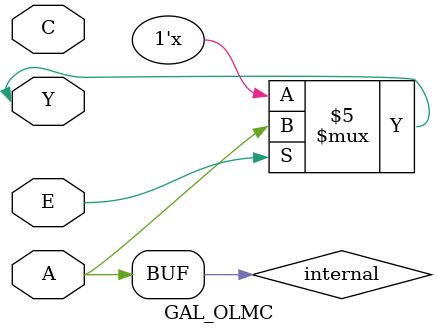
<source format=v>
module GAL_SOP (A, Y);
	parameter WIDTH = 0;
	parameter DEPTH = 0;
	parameter TABLE = 0;

	input [WIDTH-1:0] A;
	output reg Y;

	integer i, j;
	reg match;

	always @* begin
		Y = 0;
		for (i = 0; i < DEPTH; i=i+1) begin
			match = 1;
			for (j = 0; j < WIDTH; j=j+1) begin
				if (TABLE[2*WIDTH*i + 2*j + 0] && A[j]) match = 0;
				if (TABLE[2*WIDTH*i + 2*j + 1] && !A[j]) match = 0;
			end
			if (match) Y = 1;
		end
	end
endmodule

module GAL_1SOP (A, Y);
	parameter WIDTH = 0;
	parameter DEPTH = 0;
	parameter TABLE = 0;

	input [WIDTH-1:0] A;
	output reg Y;

	integer i, j;
	reg match;

	always @* begin
		Y = 0;
		for (i = 0; i < DEPTH; i=i+1) begin
			match = 1;
			for (j = 0; j < WIDTH; j=j+1) begin
				if (TABLE[2*WIDTH*i + 2*j + 0] && A[j]) match = 0;
				if (TABLE[2*WIDTH*i + 2*j + 1] && !A[j]) match = 0;
			end
			if (match) Y = 1;
		end
	end
endmodule

module GAL_INPUT (A, Y);
	input A;
	output Y;

	assign Y = A;
endmodule

module GAL_OLMC (C, E, A, Y);
	parameter REGISTERED = 0;
	parameter INVERTED = 0;

	input C, E, A;
	inout Y;

	reg internal;

	assign Y = E ? internal : 1'bZ;

	generate
		if (REGISTERED == 1) begin
			always @ (posedge C) begin
				internal <= (INVERTED == 0) ? A : !A;
			end
		end else begin
			always @ (*) begin
				internal <= (INVERTED == 0) ? A : !A;
			end
		end
	endgenerate
endmodule

</source>
